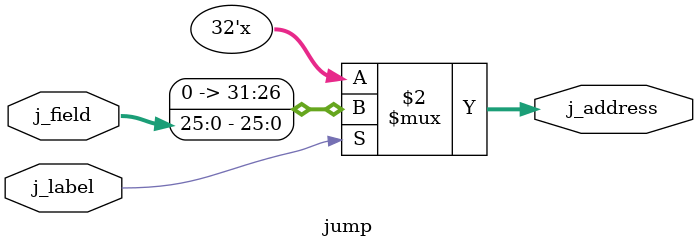
<source format=v>
`timescale 1ns / 1ps
module jump (  
input j_label,
input [25:0] j_field,    
output reg [31:0] j_address
    );
	 
	always @* begin
	if (j_label)
	  j_address<={6'b000000, j_field};
	end
	 


endmodule


</source>
